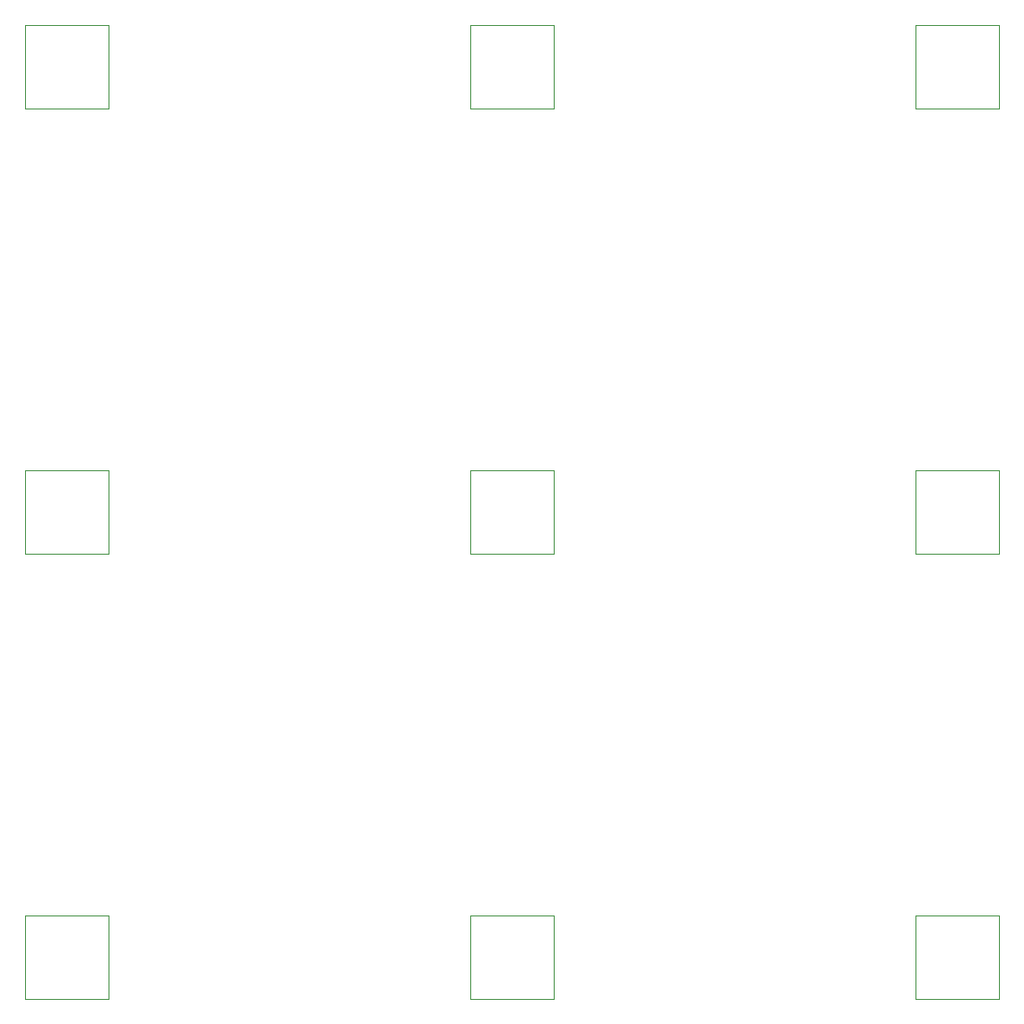
<source format=gbr>
%TF.GenerationSoftware,KiCad,Pcbnew,7.0.7*%
%TF.CreationDate,2024-01-02T00:31:05-08:00*%
%TF.ProjectId,baseplate_v1,62617365-706c-4617-9465-5f76312e6b69,rev?*%
%TF.SameCoordinates,Original*%
%TF.FileFunction,Legend,Top*%
%TF.FilePolarity,Positive*%
%FSLAX46Y46*%
G04 Gerber Fmt 4.6, Leading zero omitted, Abs format (unit mm)*
G04 Created by KiCad (PCBNEW 7.0.7) date 2024-01-02 00:31:05*
%MOMM*%
%LPD*%
G01*
G04 APERTURE LIST*
%ADD10C,0.120000*%
%ADD11C,3.200000*%
%ADD12R,3.000000X3.000000*%
%ADD13C,1.524000*%
G04 APERTURE END LIST*
D10*
%TO.C,U9*%
X189230000Y-138430000D02*
X196850000Y-138430000D01*
X196850000Y-138430000D02*
X196850000Y-146050000D01*
X196850000Y-146050000D02*
X189230000Y-146050000D01*
X189230000Y-146050000D02*
X189230000Y-138430000D01*
%TO.C,U5*%
X148590000Y-97790000D02*
X156210000Y-97790000D01*
X156210000Y-97790000D02*
X156210000Y-105410000D01*
X156210000Y-105410000D02*
X148590000Y-105410000D01*
X148590000Y-105410000D02*
X148590000Y-97790000D01*
%TO.C,U1*%
X107950000Y-57150000D02*
X115570000Y-57150000D01*
X115570000Y-57150000D02*
X115570000Y-64770000D01*
X115570000Y-64770000D02*
X107950000Y-64770000D01*
X107950000Y-64770000D02*
X107950000Y-57150000D01*
%TO.C,U4*%
X107950000Y-97790000D02*
X115570000Y-97790000D01*
X115570000Y-97790000D02*
X115570000Y-105410000D01*
X115570000Y-105410000D02*
X107950000Y-105410000D01*
X107950000Y-105410000D02*
X107950000Y-97790000D01*
%TO.C,U8*%
X148590000Y-138430000D02*
X156210000Y-138430000D01*
X156210000Y-138430000D02*
X156210000Y-146050000D01*
X156210000Y-146050000D02*
X148590000Y-146050000D01*
X148590000Y-146050000D02*
X148590000Y-138430000D01*
%TO.C,U3*%
X189230000Y-57150000D02*
X196850000Y-57150000D01*
X196850000Y-57150000D02*
X196850000Y-64770000D01*
X196850000Y-64770000D02*
X189230000Y-64770000D01*
X189230000Y-64770000D02*
X189230000Y-57150000D01*
%TO.C,U2*%
X148590000Y-57150000D02*
X156210000Y-57150000D01*
X156210000Y-57150000D02*
X156210000Y-64770000D01*
X156210000Y-64770000D02*
X148590000Y-64770000D01*
X148590000Y-64770000D02*
X148590000Y-57150000D01*
%TO.C,U7*%
X107950000Y-138430000D02*
X115570000Y-138430000D01*
X115570000Y-138430000D02*
X115570000Y-146050000D01*
X115570000Y-146050000D02*
X107950000Y-146050000D01*
X107950000Y-146050000D02*
X107950000Y-138430000D01*
%TO.C,U6*%
X189230000Y-97790000D02*
X196850000Y-97790000D01*
X196850000Y-97790000D02*
X196850000Y-105410000D01*
X196850000Y-105410000D02*
X189230000Y-105410000D01*
X189230000Y-105410000D02*
X189230000Y-97790000D01*
%TD*%
%LPC*%
D11*
%TO.C,REF\u002A\u002A*%
X172720000Y-81280000D03*
%TD*%
%TO.C,REF\u002A\u002A*%
X172720000Y-121920000D03*
%TD*%
%TO.C,REF\u002A\u002A*%
X132080000Y-121920000D03*
%TD*%
%TO.C,REF\u002A\u002A*%
X132080000Y-81280000D03*
%TD*%
D12*
%TO.C,TP9*%
X201930000Y-144780000D03*
%TD*%
D13*
%TO.C,U9*%
X193040000Y-139700000D03*
X195580000Y-142240000D03*
X193040000Y-144780000D03*
X190500000Y-142240000D03*
X193040000Y-142240000D03*
X190500000Y-139700000D03*
X190500000Y-144780000D03*
X195580000Y-139700000D03*
X195580000Y-144780000D03*
%TD*%
D12*
%TO.C,TP35*%
X189230000Y-52070000D03*
%TD*%
%TO.C,TP11*%
X189230000Y-151130000D03*
%TD*%
D13*
%TO.C,U5*%
X152400000Y-99060000D03*
X154940000Y-101600000D03*
X152400000Y-104140000D03*
X149860000Y-101600000D03*
X152400000Y-101600000D03*
X149860000Y-99060000D03*
X149860000Y-104140000D03*
X154940000Y-99060000D03*
X154940000Y-104140000D03*
%TD*%
%TO.C,U1*%
X111760000Y-58420000D03*
X114300000Y-60960000D03*
X111760000Y-63500000D03*
X109220000Y-60960000D03*
X111760000Y-60960000D03*
X109220000Y-58420000D03*
X109220000Y-63500000D03*
X114300000Y-58420000D03*
X114300000Y-63500000D03*
%TD*%
D12*
%TO.C,TP5*%
X201930000Y-101600000D03*
%TD*%
%TO.C,TP25*%
X102870000Y-71120000D03*
%TD*%
%TO.C,TP4*%
X201930000Y-95250000D03*
%TD*%
D13*
%TO.C,U4*%
X111760000Y-99060000D03*
X114300000Y-101600000D03*
X111760000Y-104140000D03*
X109220000Y-101600000D03*
X111760000Y-101600000D03*
X109220000Y-99060000D03*
X109220000Y-104140000D03*
X114300000Y-99060000D03*
X114300000Y-104140000D03*
%TD*%
D12*
%TO.C,TP20*%
X102870000Y-138430000D03*
%TD*%
D13*
%TO.C,U8*%
X152400000Y-139700000D03*
X154940000Y-142240000D03*
X152400000Y-144780000D03*
X149860000Y-142240000D03*
X152400000Y-142240000D03*
X149860000Y-139700000D03*
X149860000Y-144780000D03*
X154940000Y-139700000D03*
X154940000Y-144780000D03*
%TD*%
D12*
%TO.C,TP26*%
X102870000Y-64770000D03*
%TD*%
%TO.C,TP31*%
X146050000Y-52070000D03*
%TD*%
D13*
%TO.C,U3*%
X193040000Y-58420000D03*
X195580000Y-60960000D03*
X193040000Y-63500000D03*
X190500000Y-60960000D03*
X193040000Y-60960000D03*
X190500000Y-58420000D03*
X190500000Y-63500000D03*
X195580000Y-58420000D03*
X195580000Y-63500000D03*
%TD*%
%TO.C,U2*%
X152400000Y-58420000D03*
X154940000Y-60960000D03*
X152400000Y-63500000D03*
X149860000Y-60960000D03*
X152400000Y-60960000D03*
X149860000Y-58420000D03*
X149860000Y-63500000D03*
X154940000Y-58420000D03*
X154940000Y-63500000D03*
%TD*%
D12*
%TO.C,TP16*%
X121920000Y-151130000D03*
%TD*%
%TO.C,TP27*%
X102870000Y-58420000D03*
%TD*%
%TO.C,TP17*%
X115570000Y-151130000D03*
%TD*%
%TO.C,TP8*%
X201930000Y-138430000D03*
%TD*%
%TO.C,TP7*%
X201930000Y-132080000D03*
%TD*%
%TO.C,TP19*%
X102870000Y-144780000D03*
%TD*%
%TO.C,TP18*%
X109220000Y-151130000D03*
%TD*%
%TO.C,TP34*%
X182880000Y-52070000D03*
%TD*%
%TO.C,TP6*%
X201930000Y-107950000D03*
%TD*%
%TO.C,TP12*%
X182880000Y-151130000D03*
%TD*%
%TO.C,TP2*%
X201930000Y-64770000D03*
%TD*%
%TO.C,TP15*%
X146050000Y-151130000D03*
%TD*%
%TO.C,TP32*%
X152400000Y-52070000D03*
%TD*%
%TO.C,TP30*%
X121920000Y-52070000D03*
%TD*%
%TO.C,TP10*%
X195580000Y-151130000D03*
%TD*%
D13*
%TO.C,U7*%
X111760000Y-139700000D03*
X114300000Y-142240000D03*
X111760000Y-144780000D03*
X109220000Y-142240000D03*
X111760000Y-142240000D03*
X109220000Y-139700000D03*
X109220000Y-144780000D03*
X114300000Y-139700000D03*
X114300000Y-144780000D03*
%TD*%
D12*
%TO.C,TP29*%
X115570000Y-52070000D03*
%TD*%
D13*
%TO.C,U6*%
X193040000Y-99060000D03*
X195580000Y-101600000D03*
X193040000Y-104140000D03*
X190500000Y-101600000D03*
X193040000Y-101600000D03*
X190500000Y-99060000D03*
X190500000Y-104140000D03*
X195580000Y-99060000D03*
X195580000Y-104140000D03*
%TD*%
D12*
%TO.C,TP36*%
X195580000Y-52070000D03*
%TD*%
%TO.C,TP28*%
X109220000Y-52070000D03*
%TD*%
%TO.C,TP14*%
X152400000Y-151130000D03*
%TD*%
%TO.C,TP1*%
X201930000Y-58420000D03*
%TD*%
%TO.C,TP22*%
X102870000Y-107950000D03*
%TD*%
%TO.C,TP33*%
X158750000Y-52070000D03*
%TD*%
%TO.C,TP24*%
X102870000Y-95250000D03*
%TD*%
%TO.C,TP13*%
X158750000Y-151130000D03*
%TD*%
%TO.C,TP23*%
X102870000Y-101600000D03*
%TD*%
%TO.C,TP21*%
X102870000Y-132080000D03*
%TD*%
%TO.C,TP3*%
X201930000Y-71120000D03*
%TD*%
%LPD*%
M02*

</source>
